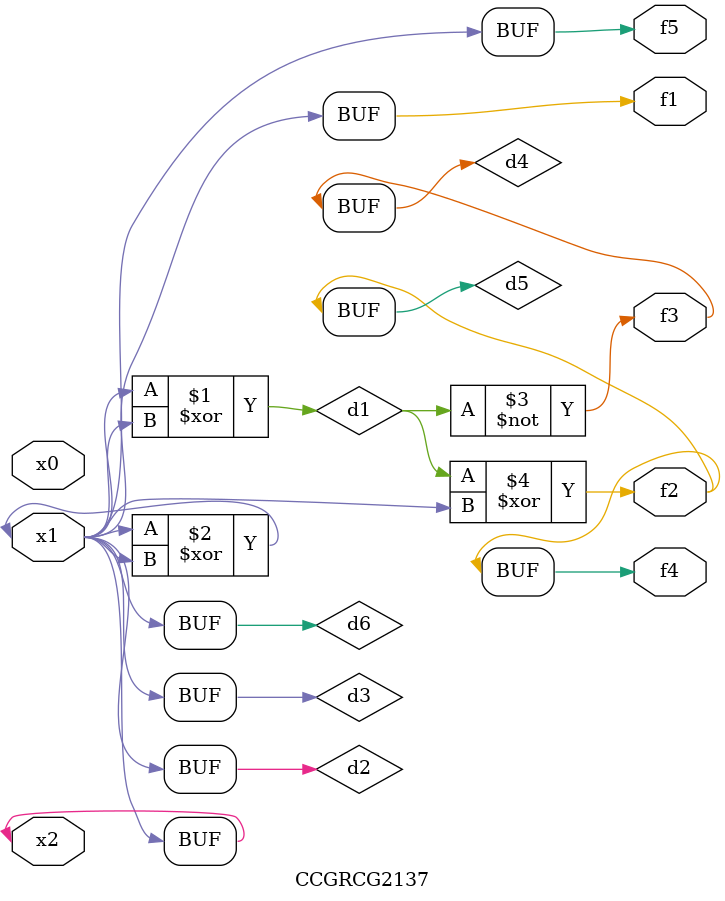
<source format=v>
module CCGRCG2137(
	input x0, x1, x2,
	output f1, f2, f3, f4, f5
);

	wire d1, d2, d3, d4, d5, d6;

	xor (d1, x1, x2);
	buf (d2, x1, x2);
	xor (d3, x1, x2);
	nor (d4, d1);
	xor (d5, d1, d2);
	buf (d6, d2, d3);
	assign f1 = d6;
	assign f2 = d5;
	assign f3 = d4;
	assign f4 = d5;
	assign f5 = d6;
endmodule

</source>
